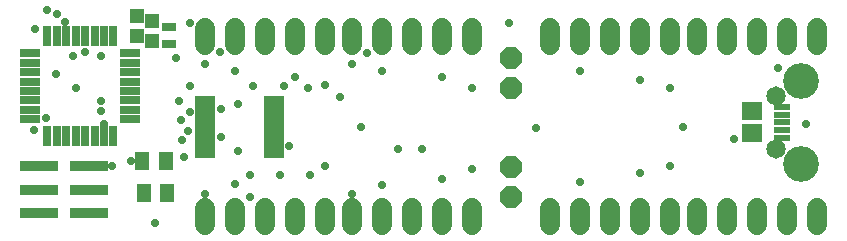
<source format=gbr>
G04 EAGLE Gerber RS-274X export*
G75*
%MOMM*%
%FSLAX34Y34*%
%LPD*%
%INSoldermask Bottom*%
%IPPOS*%
%AMOC8*
5,1,8,0,0,1.08239X$1,22.5*%
G01*
%ADD10C,1.666238*%
%ADD11R,1.653200X0.653200*%
%ADD12R,0.803200X1.678200*%
%ADD13R,1.678200X0.803200*%
%ADD14P,2.034460X8X292.500000*%
%ADD15P,2.034460X8X112.500000*%
%ADD16R,1.303200X1.603200*%
%ADD17R,3.203200X0.953200*%
%ADD18R,1.403200X0.603200*%
%ADD19C,1.643200*%
%ADD20C,3.020563*%
%ADD21R,1.303200X0.803200*%
%ADD22R,1.703200X1.503200*%
%ADD23R,1.203200X1.303200*%
%ADD24C,0.705600*%


D10*
X944880Y411785D02*
X944880Y426415D01*
X970280Y426415D02*
X970280Y411785D01*
X995680Y411785D02*
X995680Y426415D01*
X1021080Y426415D02*
X1021080Y411785D01*
X1046480Y411785D02*
X1046480Y426415D01*
X1046480Y564185D02*
X1046480Y578815D01*
X1021080Y578815D02*
X1021080Y564185D01*
X995680Y564185D02*
X995680Y578815D01*
X970280Y578815D02*
X970280Y564185D01*
X944880Y564185D02*
X944880Y578815D01*
X820420Y426415D02*
X820420Y411785D01*
X845820Y411785D02*
X845820Y426415D01*
X871220Y426415D02*
X871220Y411785D01*
X896620Y411785D02*
X896620Y426415D01*
X922020Y426415D02*
X922020Y411785D01*
X922020Y564185D02*
X922020Y578815D01*
X896620Y578815D02*
X896620Y564185D01*
X871220Y564185D02*
X871220Y578815D01*
X845820Y578815D02*
X845820Y564185D01*
X820420Y564185D02*
X820420Y578815D01*
X652780Y426415D02*
X652780Y411785D01*
X678180Y411785D02*
X678180Y426415D01*
X703580Y426415D02*
X703580Y411785D01*
X728980Y411785D02*
X728980Y426415D01*
X754380Y426415D02*
X754380Y411785D01*
X754380Y564185D02*
X754380Y578815D01*
X728980Y578815D02*
X728980Y564185D01*
X703580Y564185D02*
X703580Y578815D01*
X678180Y578815D02*
X678180Y564185D01*
X652780Y564185D02*
X652780Y578815D01*
X528320Y426415D02*
X528320Y411785D01*
X553720Y411785D02*
X553720Y426415D01*
X579120Y426415D02*
X579120Y411785D01*
X604520Y411785D02*
X604520Y426415D01*
X629920Y426415D02*
X629920Y411785D01*
X629920Y564185D02*
X629920Y578815D01*
X604520Y578815D02*
X604520Y564185D01*
X579120Y564185D02*
X579120Y578815D01*
X553720Y578815D02*
X553720Y564185D01*
X528320Y564185D02*
X528320Y578815D01*
D11*
X586780Y518050D03*
X586780Y511550D03*
X586780Y505050D03*
X586780Y498550D03*
X586780Y492050D03*
X586780Y485550D03*
X586780Y479050D03*
X586780Y472550D03*
X528280Y472550D03*
X528280Y479050D03*
X528280Y485550D03*
X528280Y492050D03*
X528280Y498550D03*
X528280Y505050D03*
X528280Y511550D03*
X528280Y518050D03*
D12*
X394910Y571970D03*
X402910Y571970D03*
X410910Y571970D03*
X418910Y571970D03*
X426910Y571970D03*
X434910Y571970D03*
X442910Y571970D03*
X450910Y571970D03*
D13*
X465290Y557590D03*
X465290Y549590D03*
X465290Y541590D03*
X465290Y533590D03*
X465290Y525590D03*
X465290Y517590D03*
X465290Y509590D03*
X465290Y501590D03*
D12*
X450910Y487210D03*
X442910Y487210D03*
X434910Y487210D03*
X426910Y487210D03*
X418910Y487210D03*
X410910Y487210D03*
X402910Y487210D03*
X394910Y487210D03*
D13*
X380530Y501590D03*
X380530Y509590D03*
X380530Y517590D03*
X380530Y525590D03*
X380530Y533590D03*
X380530Y541590D03*
X380530Y549590D03*
X380530Y557590D03*
D14*
X787400Y553720D03*
X787400Y528320D03*
D15*
X787400Y435610D03*
X787400Y461010D03*
D16*
X496410Y439420D03*
X476410Y439420D03*
X495140Y466090D03*
X475140Y466090D03*
D17*
X387940Y421960D03*
X429940Y421960D03*
X387940Y441960D03*
X429940Y441960D03*
X387940Y461960D03*
X429940Y461960D03*
D18*
X1017340Y512110D03*
X1017340Y505610D03*
X1017340Y499110D03*
X1017340Y492610D03*
X1017340Y486110D03*
D19*
X1011840Y521360D03*
X1011840Y476860D03*
D20*
X1032840Y464110D03*
X1032840Y534110D03*
D21*
X497840Y579770D03*
X497840Y565770D03*
D22*
X991870Y508610D03*
X991870Y489610D03*
D23*
X471170Y588890D03*
X471170Y571890D03*
X483870Y585080D03*
X483870Y568080D03*
D24*
X528320Y548640D03*
X652780Y548640D03*
X553720Y542290D03*
X678180Y542290D03*
X845820Y542290D03*
X754380Y459740D03*
X922020Y462280D03*
X629920Y462280D03*
X542290Y510610D03*
X566420Y436090D03*
X528320Y438150D03*
X652780Y438150D03*
X553720Y447040D03*
X678180Y445770D03*
X845820Y448310D03*
X617220Y454660D03*
X728980Y450850D03*
X896620Y455930D03*
X629920Y530860D03*
X754380Y528320D03*
X922020Y528320D03*
X604520Y537210D03*
X728980Y537210D03*
X896620Y534670D03*
X416560Y554990D03*
X384810Y577850D03*
X403225Y591185D03*
X394970Y594360D03*
X660400Y495300D03*
X808990Y494030D03*
X933450Y495300D03*
X1037590Y497840D03*
X449580Y462280D03*
X383540Y492760D03*
X426720Y558800D03*
X486410Y414020D03*
X556260Y474980D03*
X976630Y485140D03*
X599440Y478790D03*
X541020Y558800D03*
X665480Y557530D03*
X1013460Y544830D03*
X556260Y514350D03*
X419100Y528320D03*
X615950Y528320D03*
X443230Y497840D03*
X466062Y466570D03*
X642620Y520700D03*
X595630Y529590D03*
X568960Y529590D03*
X515510Y529590D03*
X509270Y483870D03*
X440119Y509072D03*
X514350Y491490D03*
X440690Y516890D03*
X542290Y486410D03*
X393700Y502760D03*
X786130Y582930D03*
X515620Y582930D03*
X504190Y553720D03*
X712470Y476250D03*
X692150Y476250D03*
X591820Y454660D03*
X566420Y454660D03*
X506730Y516890D03*
X508385Y501265D03*
X510540Y469900D03*
X410210Y584200D03*
X440690Y554990D03*
X515620Y508000D03*
X402590Y539750D03*
M02*

</source>
